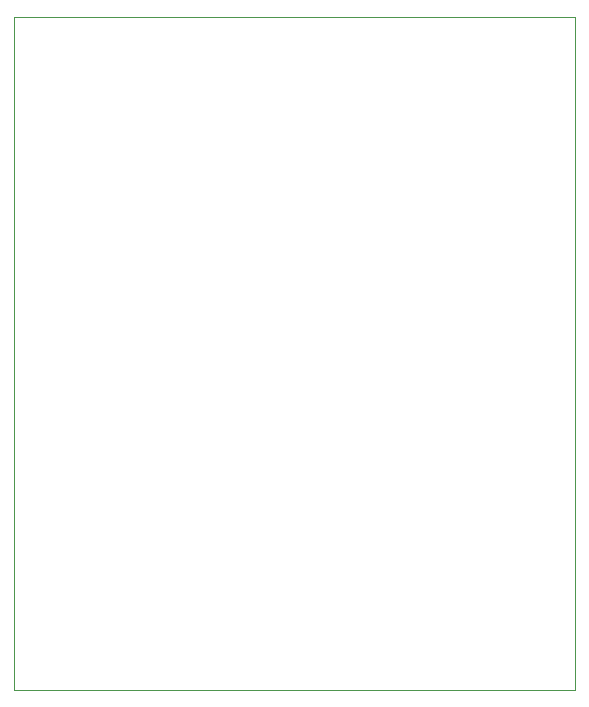
<source format=gbr>
%TF.GenerationSoftware,KiCad,Pcbnew,8.0.6*%
%TF.CreationDate,2025-01-16T10:56:52-08:00*%
%TF.ProjectId,DeskCleanerRobot2,4465736b-436c-4656-916e-6572526f626f,rev?*%
%TF.SameCoordinates,Original*%
%TF.FileFunction,Profile,NP*%
%FSLAX46Y46*%
G04 Gerber Fmt 4.6, Leading zero omitted, Abs format (unit mm)*
G04 Created by KiCad (PCBNEW 8.0.6) date 2025-01-16 10:56:52*
%MOMM*%
%LPD*%
G01*
G04 APERTURE LIST*
%TA.AperFunction,Profile*%
%ADD10C,0.038100*%
%TD*%
G04 APERTURE END LIST*
D10*
X97600000Y-30000000D02*
X145100000Y-30000000D01*
X145100000Y-87000000D01*
X97600000Y-87000000D01*
X97600000Y-30000000D01*
M02*

</source>
